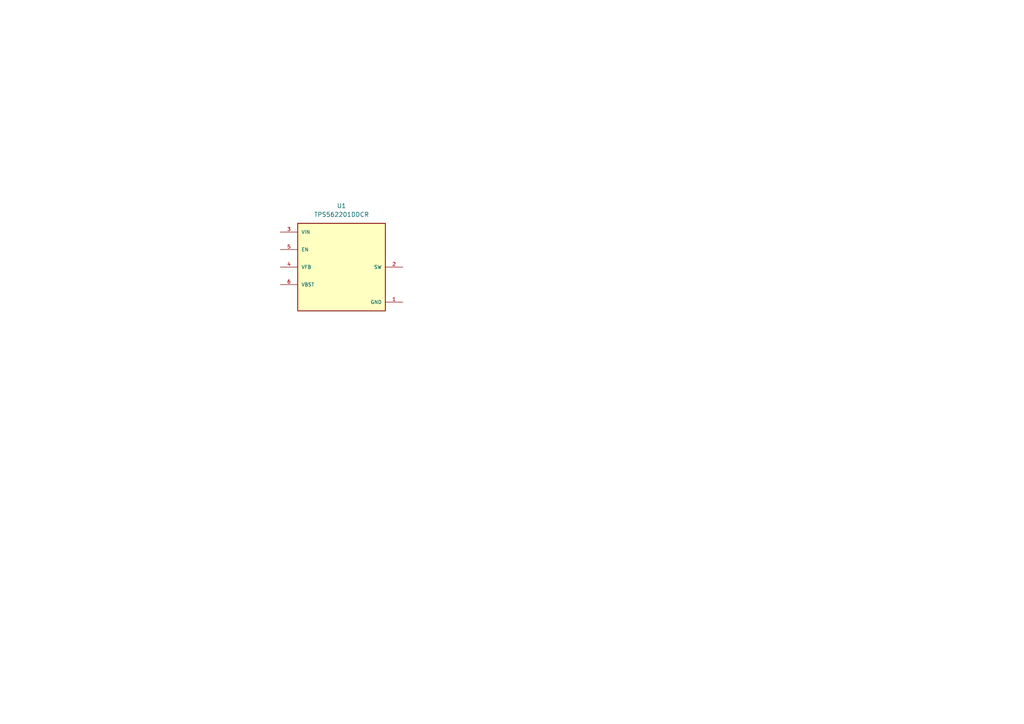
<source format=kicad_sch>
(kicad_sch
	(version 20250114)
	(generator "eeschema")
	(generator_version "9.0")
	(uuid "aabe4044-a13b-47be-8886-54ca2bb727d7")
	(paper "A4")
	(lib_symbols
		(symbol "3.3Buck:TPS562201DDCR"
			(pin_names
				(offset 1.016)
			)
			(exclude_from_sim no)
			(in_bom yes)
			(on_board yes)
			(property "Reference" "U"
				(at -12.7 13.7 0)
				(effects
					(font
						(size 1.27 1.27)
					)
					(justify left bottom)
				)
			)
			(property "Value" "TPS562201DDCR"
				(at -12.7 -16.7 0)
				(effects
					(font
						(size 1.27 1.27)
					)
					(justify left bottom)
				)
			)
			(property "Footprint" "TPS562201DDCR:SOT95P280X110-6N"
				(at 0 0 0)
				(effects
					(font
						(size 1.27 1.27)
					)
					(justify bottom)
					(hide yes)
				)
			)
			(property "Datasheet" ""
				(at 0 0 0)
				(effects
					(font
						(size 1.27 1.27)
					)
					(hide yes)
				)
			)
			(property "Description" ""
				(at 0 0 0)
				(effects
					(font
						(size 1.27 1.27)
					)
					(hide yes)
				)
			)
			(property "PARTREV" "A"
				(at 0 0 0)
				(effects
					(font
						(size 1.27 1.27)
					)
					(justify bottom)
					(hide yes)
				)
			)
			(property "STANDARD" "IPC-7351B"
				(at 0 0 0)
				(effects
					(font
						(size 1.27 1.27)
					)
					(justify bottom)
					(hide yes)
				)
			)
			(property "MAXIMUM_PACKAGE_HEIGHT" "1.10 mm"
				(at 0 0 0)
				(effects
					(font
						(size 1.27 1.27)
					)
					(justify bottom)
					(hide yes)
				)
			)
			(property "MANUFACTURER" "Texas Instruments"
				(at 0 0 0)
				(effects
					(font
						(size 1.27 1.27)
					)
					(justify bottom)
					(hide yes)
				)
			)
			(symbol "TPS562201DDCR_0_0"
				(rectangle
					(start -12.7 -12.7)
					(end 12.7 12.7)
					(stroke
						(width 0.254)
						(type default)
					)
					(fill
						(type background)
					)
				)
				(pin power_in line
					(at -17.78 10.16 0)
					(length 5.08)
					(name "VIN"
						(effects
							(font
								(size 1.016 1.016)
							)
						)
					)
					(number "3"
						(effects
							(font
								(size 1.016 1.016)
							)
						)
					)
				)
				(pin input line
					(at -17.78 5.08 0)
					(length 5.08)
					(name "EN"
						(effects
							(font
								(size 1.016 1.016)
							)
						)
					)
					(number "5"
						(effects
							(font
								(size 1.016 1.016)
							)
						)
					)
				)
				(pin input line
					(at -17.78 0 0)
					(length 5.08)
					(name "VFB"
						(effects
							(font
								(size 1.016 1.016)
							)
						)
					)
					(number "4"
						(effects
							(font
								(size 1.016 1.016)
							)
						)
					)
				)
				(pin input line
					(at -17.78 -5.08 0)
					(length 5.08)
					(name "VBST"
						(effects
							(font
								(size 1.016 1.016)
							)
						)
					)
					(number "6"
						(effects
							(font
								(size 1.016 1.016)
							)
						)
					)
				)
				(pin bidirectional line
					(at 17.78 0 180)
					(length 5.08)
					(name "SW"
						(effects
							(font
								(size 1.016 1.016)
							)
						)
					)
					(number "2"
						(effects
							(font
								(size 1.016 1.016)
							)
						)
					)
				)
				(pin power_in line
					(at 17.78 -10.16 180)
					(length 5.08)
					(name "GND"
						(effects
							(font
								(size 1.016 1.016)
							)
						)
					)
					(number "1"
						(effects
							(font
								(size 1.016 1.016)
							)
						)
					)
				)
			)
			(embedded_fonts no)
		)
	)
	(symbol
		(lib_id "3.3Buck:TPS562201DDCR")
		(at 99.06 77.47 0)
		(unit 1)
		(exclude_from_sim no)
		(in_bom yes)
		(on_board yes)
		(dnp no)
		(fields_autoplaced yes)
		(uuid "e2641b85-f349-40ba-8767-d75f532cddbe")
		(property "Reference" "U1"
			(at 99.06 59.69 0)
			(effects
				(font
					(size 1.27 1.27)
				)
			)
		)
		(property "Value" "TPS562201DDCR"
			(at 99.06 62.23 0)
			(effects
				(font
					(size 1.27 1.27)
				)
			)
		)
		(property "Footprint" "Library:3.3Buck"
			(at 99.06 77.47 0)
			(effects
				(font
					(size 1.27 1.27)
				)
				(justify bottom)
				(hide yes)
			)
		)
		(property "Datasheet" "https://www.ti.com/lit/ds/symlink/tps562201.pdf?HQS=dis-dk-null-digikeymode-dsf-pf-null-wwe&ts=1743220350163&ref_url=https%253A%252F%252Fwww.ti.com%252Fgeneral%252Fdocs%252Fsuppproductinfo.tsp%253FdistId%253D10%2526gotoUrl%253Dhttps%253A%252F%252Fwww.ti.com%252Flit%252Fgpn%252Ftps562201"
			(at 99.06 77.47 0)
			(effects
				(font
					(size 1.27 1.27)
				)
				(hide yes)
			)
		)
		(property "Description" "3.3V Buck Converter"
			(at 99.06 77.47 0)
			(effects
				(font
					(size 1.27 1.27)
				)
				(hide yes)
			)
		)
		(property "PARTREV" "A"
			(at 99.06 77.47 0)
			(effects
				(font
					(size 1.27 1.27)
				)
				(justify bottom)
				(hide yes)
			)
		)
		(property "STANDARD" "IPC-7351B"
			(at 99.06 77.47 0)
			(effects
				(font
					(size 1.27 1.27)
				)
				(justify bottom)
				(hide yes)
			)
		)
		(property "MAXIMUM_PACKAGE_HEIGHT" "1.10 mm"
			(at 99.06 77.47 0)
			(effects
				(font
					(size 1.27 1.27)
				)
				(justify bottom)
				(hide yes)
			)
		)
		(property "MANUFACTURER" "Texas Instruments"
			(at 99.06 77.47 0)
			(effects
				(font
					(size 1.27 1.27)
				)
				(justify bottom)
				(hide yes)
			)
		)
		(pin "6"
			(uuid "7b49554d-bdc4-49ba-b400-607d1baa1149")
		)
		(pin "3"
			(uuid "e3bdad8d-7934-4cdc-965a-de5f007a7e08")
		)
		(pin "5"
			(uuid "ff66217f-e8b8-4481-a29a-84b6150c1909")
		)
		(pin "4"
			(uuid "e8a6ea10-21cb-40a5-bf3f-fe19c2aa0bd9")
		)
		(pin "2"
			(uuid "3ee61bd8-f176-4a29-a91e-8567f6102217")
		)
		(pin "1"
			(uuid "aca59778-317c-4ac7-89a2-6942972800f1")
		)
		(instances
			(project ""
				(path "/04b3a1bf-85be-4655-adca-b4f1d33cef18/e5617f2d-7f15-4cc7-8180-cfa4ebb7354e"
					(reference "U1")
					(unit 1)
				)
			)
		)
	)
)

</source>
